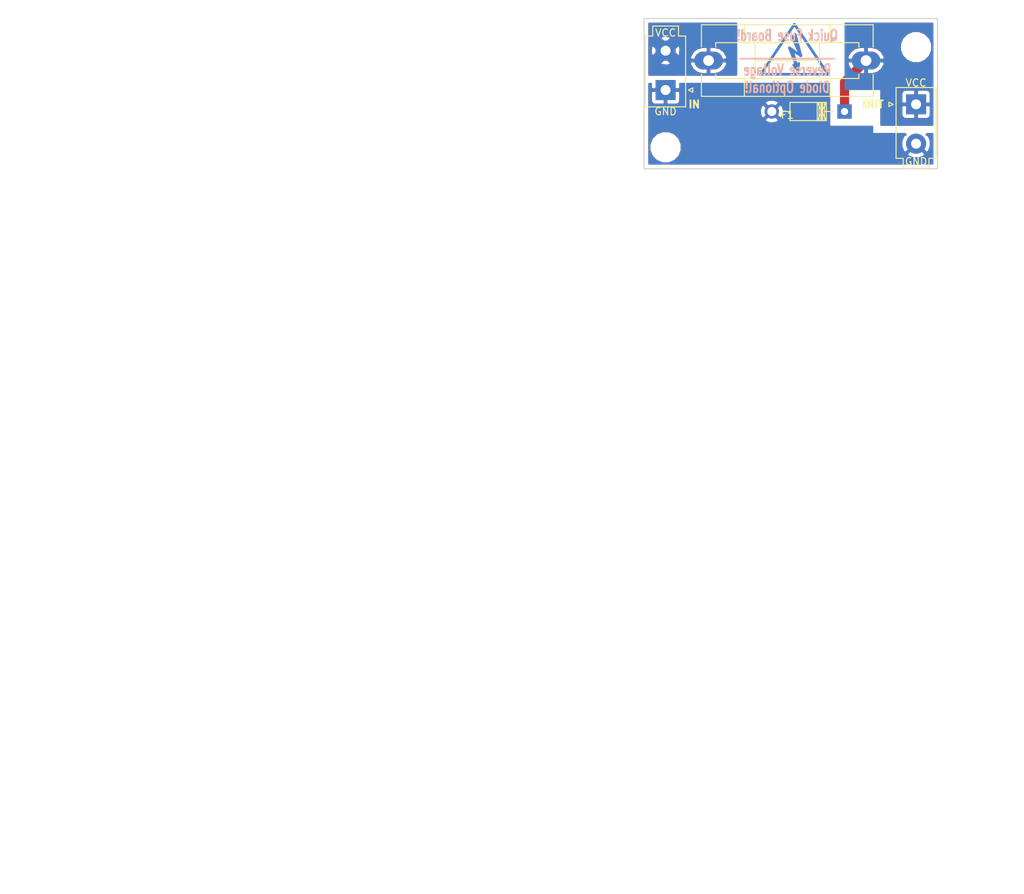
<source format=kicad_pcb>
(kicad_pcb (version 20171130) (host pcbnew 5.0.0-rc2)

  (general
    (thickness 1.6)
    (drawings 12)
    (tracks 2)
    (zones 0)
    (modules 8)
    (nets 4)
  )

  (page USLetter)
  (title_block
    (title "Project Title")
  )

  (layers
    (0 F.Cu signal)
    (31 B.Cu signal)
    (34 B.Paste user)
    (35 F.Paste user)
    (36 B.SilkS user)
    (37 F.SilkS user)
    (38 B.Mask user)
    (39 F.Mask user)
    (40 Dwgs.User user)
    (44 Edge.Cuts user)
    (46 B.CrtYd user)
    (47 F.CrtYd user)
    (48 B.Fab user)
    (49 F.Fab user)
  )

  (setup
    (last_trace_width 1.27)
    (user_trace_width 0.1524)
    (user_trace_width 0.254)
    (user_trace_width 0.3302)
    (user_trace_width 0.508)
    (user_trace_width 0.762)
    (user_trace_width 1.27)
    (trace_clearance 0.254)
    (zone_clearance 0.508)
    (zone_45_only no)
    (trace_min 0.1524)
    (segment_width 0.1524)
    (edge_width 0.1524)
    (via_size 0.6858)
    (via_drill 0.3302)
    (via_min_size 0.6858)
    (via_min_drill 0.3302)
    (user_via 0.6858 0.3302)
    (user_via 0.762 0.4064)
    (user_via 0.8636 0.508)
    (uvia_size 0.6858)
    (uvia_drill 0.3302)
    (uvias_allowed no)
    (uvia_min_size 0)
    (uvia_min_drill 0)
    (pcb_text_width 0.1524)
    (pcb_text_size 1.016 1.016)
    (mod_edge_width 0.1524)
    (mod_text_size 1.016 1.016)
    (mod_text_width 0.1524)
    (pad_size 2.8 2.8)
    (pad_drill 1.4)
    (pad_to_mask_clearance 0.0762)
    (solder_mask_min_width 0.1016)
    (pad_to_paste_clearance -0.0762)
    (aux_axis_origin 0 0)
    (visible_elements 7FFFFFFF)
    (pcbplotparams
      (layerselection 0x310fc_ffffffff)
      (usegerberextensions true)
      (usegerberattributes false)
      (usegerberadvancedattributes false)
      (creategerberjobfile false)
      (excludeedgelayer true)
      (linewidth 0.100000)
      (plotframeref false)
      (viasonmask false)
      (mode 1)
      (useauxorigin false)
      (hpglpennumber 1)
      (hpglpenspeed 20)
      (hpglpendiameter 15)
      (psnegative false)
      (psa4output false)
      (plotreference true)
      (plotvalue true)
      (plotinvisibletext false)
      (padsonsilk false)
      (subtractmaskfromsilk false)
      (outputformat 1)
      (mirror false)
      (drillshape 0)
      (scaleselection 1)
      (outputdirectory gerbers/))
  )

  (net 0 "")
  (net 1 GND)
  (net 2 VCC)
  (net 3 +12V)

  (net_class Default "This is the default net class."
    (clearance 0.254)
    (trace_width 0.254)
    (via_dia 0.6858)
    (via_drill 0.3302)
    (uvia_dia 0.6858)
    (uvia_drill 0.3302)
    (add_net +12V)
    (add_net GND)
    (add_net VCC)
  )

  (module Diodes_THT:Diode_DO-41_SOD81_Horizontal_RM10 (layer F.Cu) (tedit 5D1181C8) (tstamp 5D14B680)
    (at 137 91 180)
    (descr "Diode, DO-41, SOD81, Horizontal, RM 10mm,")
    (tags "Diode, DO-41, SOD81, Horizontal, RM 10mm, 1N4007, SB140,")
    (path /5D1180A4)
    (fp_text reference D1 (at 6 -3 180) (layer F.SilkS) hide
      (effects (font (size 1 1) (thickness 0.15)))
    )
    (fp_text value D (at 4.37134 -3.55854 180) (layer F.Fab)
      (effects (font (size 1 1) (thickness 0.15)))
    )
    (fp_line (start 7.62 -0.00254) (end 8.636 -0.00254) (layer F.SilkS) (width 0.15))
    (fp_line (start 2.794 -0.00254) (end 1.524 -0.00254) (layer F.SilkS) (width 0.15))
    (fp_line (start 3.048 -1.27254) (end 3.048 1.26746) (layer F.SilkS) (width 0.15))
    (fp_line (start 3.302 -1.27254) (end 3.302 1.26746) (layer F.SilkS) (width 0.15))
    (fp_line (start 3.556 -1.27254) (end 3.556 1.26746) (layer F.SilkS) (width 0.15))
    (fp_line (start 2.794 -1.27254) (end 2.794 1.26746) (layer F.SilkS) (width 0.15))
    (fp_line (start 3.81 -1.27254) (end 2.54 1.26746) (layer F.SilkS) (width 0.15))
    (fp_line (start 2.54 -1.27254) (end 3.81 1.26746) (layer F.SilkS) (width 0.15))
    (fp_line (start 3.81 -1.27254) (end 3.81 1.26746) (layer F.SilkS) (width 0.15))
    (fp_line (start 3.175 -1.27254) (end 3.175 1.26746) (layer F.SilkS) (width 0.15))
    (fp_line (start 2.54 1.26746) (end 2.54 -1.27254) (layer F.SilkS) (width 0.15))
    (fp_line (start 2.54 -1.27254) (end 7.62 -1.27254) (layer F.SilkS) (width 0.15))
    (fp_line (start 7.62 -1.27254) (end 7.62 1.26746) (layer F.SilkS) (width 0.15))
    (fp_line (start 7.62 1.26746) (end 2.54 1.26746) (layer F.SilkS) (width 0.15))
    (pad 2 thru_hole circle (at 10.16 -0.00254) (size 1.99898 1.99898) (drill 1.27) (layers *.Cu *.Mask)
      (net 1 GND))
    (pad 1 thru_hole rect (at 0 -0.00254) (size 1.99898 1.99898) (drill 1.00076) (layers *.Cu *.Mask)
      (net 2 VCC))
  )

  (module Fuse_Holders_and_Fuses:Fuseholder5x20_horiz_SemiClosed_Casing10x25mm (layer F.Cu) (tedit 0) (tstamp 5D14B699)
    (at 129.00499 83.8815 180)
    (descr "Fuseholder, 5x20, Semi closed, horizontal, Casing 10x25mm,")
    (tags "Fuseholder, 5x20, Semi closed, horizontal, Casing 10x25mm, Sicherungshalter, halbgeschlossen,")
    (path /5D117F39)
    (fp_text reference F1 (at 0 -7.62 180) (layer F.SilkS)
      (effects (font (size 1 1) (thickness 0.15)))
    )
    (fp_text value Fuse (at 1.27 7.62 180) (layer F.Fab)
      (effects (font (size 1 1) (thickness 0.15)))
    )
    (fp_line (start -5.99948 -2.49936) (end -5.99948 -5.00126) (layer F.SilkS) (width 0.15))
    (fp_line (start -5.99948 5.00126) (end -5.99948 2.49936) (layer F.SilkS) (width 0.15))
    (fp_line (start 5.99948 5.00126) (end 5.99948 2.49936) (layer F.SilkS) (width 0.15))
    (fp_line (start 5.99948 -5.00126) (end 5.99948 -2.49936) (layer F.SilkS) (width 0.15))
    (fp_line (start -4.50088 0) (end 4.50088 0) (layer F.SilkS) (width 0.15))
    (fp_line (start -4.50088 -2.49936) (end -4.50088 2.49936) (layer F.SilkS) (width 0.15))
    (fp_line (start 4.50088 -2.49936) (end 4.50088 2.49936) (layer F.SilkS) (width 0.15))
    (fp_line (start 9.99998 -1.89992) (end 9.99998 -2.49936) (layer F.SilkS) (width 0.15))
    (fp_line (start -9.99998 1.89992) (end -9.99998 2.49936) (layer F.SilkS) (width 0.15))
    (fp_line (start -9.99998 2.49936) (end 9.99998 2.49936) (layer F.SilkS) (width 0.15))
    (fp_line (start 9.99998 2.49936) (end 9.99998 1.89992) (layer F.SilkS) (width 0.15))
    (fp_line (start 9.99998 -2.49936) (end -9.99998 -2.49936) (layer F.SilkS) (width 0.15))
    (fp_line (start -9.99998 -2.49936) (end -9.99998 -1.89992) (layer F.SilkS) (width 0.15))
    (fp_line (start 11.99896 -1.89992) (end 11.99896 -5.00126) (layer F.SilkS) (width 0.15))
    (fp_line (start -11.99896 1.89992) (end -11.99896 5.00126) (layer F.SilkS) (width 0.15))
    (fp_line (start -11.99896 5.00126) (end 11.99896 5.00126) (layer F.SilkS) (width 0.15))
    (fp_line (start 11.99896 5.00126) (end 11.99896 1.89992) (layer F.SilkS) (width 0.15))
    (fp_line (start 11.99896 -5.00126) (end -11.99896 -5.00126) (layer F.SilkS) (width 0.15))
    (fp_line (start -11.99896 -5.00126) (end -11.99896 -1.89992) (layer F.SilkS) (width 0.15))
    (pad 2 thru_hole oval (at 11.00074 0 90) (size 2.49936 4.0005) (drill 1.50114) (layers *.Cu *.Mask)
      (net 3 +12V))
    (pad 1 thru_hole oval (at -11.00074 0 90) (size 2.49936 4.0005) (drill 1.50114) (layers *.Cu *.Mask)
      (net 2 VCC))
  )

  (module Mounting_Holes:MountingHole_3.2mm_M3 (layer F.Cu) (tedit 5D1181C1) (tstamp 5D14B6A0)
    (at 147 82)
    (descr "Mounting Hole 3.2mm, no annular, M3")
    (tags "mounting hole 3.2mm no annular m3")
    (path /5D1184DD)
    (fp_text reference MK1 (at -4 -2) (layer F.SilkS) hide
      (effects (font (size 1 1) (thickness 0.15)))
    )
    (fp_text value Mounting_Hole (at 0 4.2) (layer F.Fab)
      (effects (font (size 1 1) (thickness 0.15)))
    )
    (fp_circle (center 0 0) (end 3.45 0) (layer F.CrtYd) (width 0.05))
    (fp_circle (center 0 0) (end 3.2 0) (layer Cmts.User) (width 0.15))
    (pad 1 np_thru_hole circle (at 0 0) (size 3.2 3.2) (drill 3.2) (layers *.Cu *.Mask))
  )

  (module Mounting_Holes:MountingHole_3.2mm_M3 (layer F.Cu) (tedit 5D1181B1) (tstamp 5D14B6A7)
    (at 112 96)
    (descr "Mounting Hole 3.2mm, no annular, M3")
    (tags "mounting hole 3.2mm no annular m3")
    (path /5D11843D)
    (fp_text reference MK2 (at 5 1) (layer F.SilkS) hide
      (effects (font (size 1 1) (thickness 0.15)))
    )
    (fp_text value Mounting_Hole (at 0 4.2) (layer F.Fab)
      (effects (font (size 1 1) (thickness 0.15)))
    )
    (fp_circle (center 0 0) (end 3.2 0) (layer Cmts.User) (width 0.15))
    (fp_circle (center 0 0) (end 3.45 0) (layer F.CrtYd) (width 0.05))
    (pad 1 np_thru_hole circle (at 0 0) (size 3.2 3.2) (drill 3.2) (layers *.Cu *.Mask))
  )

  (module Connectors_Molex:Molex_MiniFit-JR-5556-02A_2x01x4.20mm_Straight (layer F.Cu) (tedit 5D118251) (tstamp 5D17EC65)
    (at 112 88 180)
    (descr "Molex Mini-Fit JR, PN:5556-02A, dual row, top entry type, through hole")
    (tags "connector molex mini-fit 5556")
    (path /5D1189CB)
    (fp_text reference P1 (at -4 8 180) (layer F.SilkS) hide
      (effects (font (size 1 1) (thickness 0.15)))
    )
    (fp_text value CONN_01X02 (at 0 -4 180) (layer F.Fab)
      (effects (font (size 1 1) (thickness 0.15)))
    )
    (fp_line (start -2.7 -2.25) (end -2.7 7.45) (layer F.Fab) (width 0.05))
    (fp_line (start -2.7 7.45) (end 2.7 7.45) (layer F.Fab) (width 0.05))
    (fp_line (start 2.7 7.45) (end 2.7 -2.25) (layer F.Fab) (width 0.05))
    (fp_line (start 2.7 -2.25) (end -2.7 -2.25) (layer F.Fab) (width 0.05))
    (fp_line (start -1.7 7.45) (end -1.7 8.85) (layer F.Fab) (width 0.05))
    (fp_line (start -1.7 8.85) (end 1.7 8.85) (layer F.Fab) (width 0.05))
    (fp_line (start 1.7 8.85) (end 1.7 7.45) (layer F.Fab) (width 0.05))
    (fp_line (start -1.75 -1.75) (end -1.75 1.75) (layer F.Fab) (width 0.05))
    (fp_line (start -1.75 1.75) (end 1.75 1.75) (layer F.Fab) (width 0.05))
    (fp_line (start 1.75 1.75) (end 1.75 -1.75) (layer F.Fab) (width 0.05))
    (fp_line (start 1.75 -1.75) (end -1.75 -1.75) (layer F.Fab) (width 0.05))
    (fp_line (start -1.75 7.25) (end -1.75 4.625) (layer F.Fab) (width 0.05))
    (fp_line (start -1.75 4.625) (end -0.875 3.75) (layer F.Fab) (width 0.05))
    (fp_line (start -0.875 3.75) (end 0.875 3.75) (layer F.Fab) (width 0.05))
    (fp_line (start 0.875 3.75) (end 1.75 4.625) (layer F.Fab) (width 0.05))
    (fp_line (start 1.75 4.625) (end 1.75 7.25) (layer F.Fab) (width 0.05))
    (fp_line (start 1.75 7.25) (end -1.75 7.25) (layer F.Fab) (width 0.05))
    (fp_line (start 0 -2.35) (end -2.8 -2.35) (layer F.SilkS) (width 0.15))
    (fp_line (start -2.8 -2.35) (end -2.8 7.55) (layer F.SilkS) (width 0.15))
    (fp_line (start -2.8 7.55) (end -1.8 7.55) (layer F.SilkS) (width 0.15))
    (fp_line (start -1.8 7.55) (end -1.8 8.95) (layer F.SilkS) (width 0.15))
    (fp_line (start -1.8 8.95) (end 0 8.95) (layer F.SilkS) (width 0.15))
    (fp_line (start 0 -2.35) (end 2.8 -2.35) (layer F.SilkS) (width 0.15))
    (fp_line (start 2.8 -2.35) (end 2.8 7.55) (layer F.SilkS) (width 0.15))
    (fp_line (start 2.8 7.55) (end 1.8 7.55) (layer F.SilkS) (width 0.15))
    (fp_line (start 1.8 7.55) (end 1.8 8.95) (layer F.SilkS) (width 0.15))
    (fp_line (start 1.8 8.95) (end 0 8.95) (layer F.SilkS) (width 0.15))
    (fp_line (start -3.2 0) (end -3.8 0.3) (layer F.SilkS) (width 0.15))
    (fp_line (start -3.8 0.3) (end -3.8 -0.3) (layer F.SilkS) (width 0.15))
    (fp_line (start -3.8 -0.3) (end -3.2 0) (layer F.SilkS) (width 0.15))
    (fp_line (start -3.2 -2.75) (end -3.2 9.3) (layer F.CrtYd) (width 0.05))
    (fp_line (start -3.2 9.3) (end 3.2 9.3) (layer F.CrtYd) (width 0.05))
    (fp_line (start 3.2 9.3) (end 3.2 -2.75) (layer F.CrtYd) (width 0.05))
    (fp_line (start 3.2 -2.75) (end -3.2 -2.75) (layer F.CrtYd) (width 0.05))
    (pad 1 thru_hole rect (at 0 0 180) (size 2.8 2.8) (drill 1.4) (layers *.Cu *.Mask)
      (net 1 GND))
    (pad 2 thru_hole circle (at 0 5.5 180) (size 2.8 2.8) (drill 1.4) (layers *.Cu *.Mask)
      (net 3 +12V) (zone_connect 1) (thermal_width 4))
    (model Connectors_Molex.3dshapes/Molex_MiniFit-JR-5556-02A_2x01x4.20mm_Straight.wrl
      (at (xyz 0 0 0))
      (scale (xyz 1 1 1))
      (rotate (xyz 0 0 0))
    )
  )

  (module Connectors_Molex:Molex_MiniFit-JR-5556-02A_2x01x4.20mm_Straight (layer F.Cu) (tedit 5D1181B5) (tstamp 5D17EC8D)
    (at 147 90)
    (descr "Molex Mini-Fit JR, PN:5556-02A, dual row, top entry type, through hole")
    (tags "connector molex mini-fit 5556")
    (path /5D118A24)
    (fp_text reference P2 (at -5 6) (layer F.SilkS) hide
      (effects (font (size 1 1) (thickness 0.15)))
    )
    (fp_text value CONN_01X02 (at 0 -4) (layer F.Fab)
      (effects (font (size 1 1) (thickness 0.15)))
    )
    (fp_line (start 3.2 -2.75) (end -3.2 -2.75) (layer F.CrtYd) (width 0.05))
    (fp_line (start 3.2 9.3) (end 3.2 -2.75) (layer F.CrtYd) (width 0.05))
    (fp_line (start -3.2 9.3) (end 3.2 9.3) (layer F.CrtYd) (width 0.05))
    (fp_line (start -3.2 -2.75) (end -3.2 9.3) (layer F.CrtYd) (width 0.05))
    (fp_line (start -3.8 -0.3) (end -3.2 0) (layer F.SilkS) (width 0.15))
    (fp_line (start -3.8 0.3) (end -3.8 -0.3) (layer F.SilkS) (width 0.15))
    (fp_line (start -3.2 0) (end -3.8 0.3) (layer F.SilkS) (width 0.15))
    (fp_line (start 1.8 8.95) (end 0 8.95) (layer F.SilkS) (width 0.15))
    (fp_line (start 1.8 7.55) (end 1.8 8.95) (layer F.SilkS) (width 0.15))
    (fp_line (start 2.8 7.55) (end 1.8 7.55) (layer F.SilkS) (width 0.15))
    (fp_line (start 2.8 -2.35) (end 2.8 7.55) (layer F.SilkS) (width 0.15))
    (fp_line (start 0 -2.35) (end 2.8 -2.35) (layer F.SilkS) (width 0.15))
    (fp_line (start -1.8 8.95) (end 0 8.95) (layer F.SilkS) (width 0.15))
    (fp_line (start -1.8 7.55) (end -1.8 8.95) (layer F.SilkS) (width 0.15))
    (fp_line (start -2.8 7.55) (end -1.8 7.55) (layer F.SilkS) (width 0.15))
    (fp_line (start -2.8 -2.35) (end -2.8 7.55) (layer F.SilkS) (width 0.15))
    (fp_line (start 0 -2.35) (end -2.8 -2.35) (layer F.SilkS) (width 0.15))
    (fp_line (start 1.75 7.25) (end -1.75 7.25) (layer F.Fab) (width 0.05))
    (fp_line (start 1.75 4.625) (end 1.75 7.25) (layer F.Fab) (width 0.05))
    (fp_line (start 0.875 3.75) (end 1.75 4.625) (layer F.Fab) (width 0.05))
    (fp_line (start -0.875 3.75) (end 0.875 3.75) (layer F.Fab) (width 0.05))
    (fp_line (start -1.75 4.625) (end -0.875 3.75) (layer F.Fab) (width 0.05))
    (fp_line (start -1.75 7.25) (end -1.75 4.625) (layer F.Fab) (width 0.05))
    (fp_line (start 1.75 -1.75) (end -1.75 -1.75) (layer F.Fab) (width 0.05))
    (fp_line (start 1.75 1.75) (end 1.75 -1.75) (layer F.Fab) (width 0.05))
    (fp_line (start -1.75 1.75) (end 1.75 1.75) (layer F.Fab) (width 0.05))
    (fp_line (start -1.75 -1.75) (end -1.75 1.75) (layer F.Fab) (width 0.05))
    (fp_line (start 1.7 8.85) (end 1.7 7.45) (layer F.Fab) (width 0.05))
    (fp_line (start -1.7 8.85) (end 1.7 8.85) (layer F.Fab) (width 0.05))
    (fp_line (start -1.7 7.45) (end -1.7 8.85) (layer F.Fab) (width 0.05))
    (fp_line (start 2.7 -2.25) (end -2.7 -2.25) (layer F.Fab) (width 0.05))
    (fp_line (start 2.7 7.45) (end 2.7 -2.25) (layer F.Fab) (width 0.05))
    (fp_line (start -2.7 7.45) (end 2.7 7.45) (layer F.Fab) (width 0.05))
    (fp_line (start -2.7 -2.25) (end -2.7 7.45) (layer F.Fab) (width 0.05))
    (pad 2 thru_hole circle (at 0 5.5) (size 2.8 2.8) (drill 1.4) (layers *.Cu *.Mask)
      (net 1 GND))
    (pad 1 thru_hole rect (at 0 0) (size 2.8 2.8) (drill 1.4) (layers *.Cu *.Mask)
      (net 2 VCC))
    (model Connectors_Molex.3dshapes/Molex_MiniFit-JR-5556-02A_2x01x4.20mm_Straight.wrl
      (at (xyz 0 0 0))
      (scale (xyz 1 1 1))
      (rotate (xyz 0 0 0))
    )
  )

  (module SteakElectronics:steakelectronics_fmask (layer B.Cu) (tedit 0) (tstamp 5D17F952)
    (at 128 96 180)
    (fp_text reference G*** (at 0 0 180) (layer B.Mask) hide
      (effects (font (size 1.524 1.524) (thickness 0.3)) (justify mirror))
    )
    (fp_text value LOGO (at 0.75 0 180) (layer B.Mask) hide
      (effects (font (size 1.524 1.524) (thickness 0.3)) (justify mirror))
    )
    (fp_poly (pts (xy 5.101457 0.864935) (xy 5.215637 0.827851) (xy 5.258911 0.760943) (xy 5.256052 0.710284)
      (xy 5.209764 0.644504) (xy 5.147599 0.643317) (xy 4.963596 0.667675) (xy 4.832097 0.652339)
      (xy 4.768689 0.59943) (xy 4.766549 0.591451) (xy 4.782414 0.531199) (xy 4.870041 0.492189)
      (xy 4.915886 0.482326) (xy 5.113334 0.416308) (xy 5.244151 0.312602) (xy 5.301787 0.18408)
      (xy 5.279694 0.043619) (xy 5.197554 -0.071372) (xy 5.051291 -0.156541) (xy 4.840636 -0.181897)
      (xy 4.583546 -0.152136) (xy 4.505528 -0.112784) (xy 4.480069 -0.018767) (xy 4.479636 0.003831)
      (xy 4.479636 0.139785) (xy 4.652282 0.067649) (xy 4.804479 0.024271) (xy 4.93084 0.024026)
      (xy 5.010295 0.063581) (xy 5.025097 0.126633) (xy 4.968647 0.191463) (xy 4.838354 0.239419)
      (xy 4.828071 0.241634) (xy 4.629836 0.311664) (xy 4.514018 0.422598) (xy 4.479636 0.561339)
      (xy 4.517011 0.719776) (xy 4.62863 0.823749) (xy 4.813731 0.872696) (xy 4.906818 0.876747)
      (xy 5.101457 0.864935)) (layer B.Mask) (width 0.01))
    (fp_poly (pts (xy 4.109286 0.869729) (xy 4.225069 0.841731) (xy 4.281533 0.786228) (xy 4.294909 0.707765)
      (xy 4.282919 0.627479) (xy 4.229315 0.618611) (xy 4.191 0.630404) (xy 3.991686 0.667801)
      (xy 3.836501 0.631103) (xy 3.734507 0.525593) (xy 3.694764 0.356556) (xy 3.694546 0.340835)
      (xy 3.729977 0.186171) (xy 3.821603 0.072865) (xy 3.947424 0.016831) (xy 4.08544 0.033986)
      (xy 4.105401 0.043623) (xy 4.220017 0.088188) (xy 4.279707 0.063961) (xy 4.294909 -0.017705)
      (xy 4.260436 -0.118285) (xy 4.191 -0.15562) (xy 3.999643 -0.181872) (xy 3.801148 -0.170245)
      (xy 3.648364 -0.125955) (xy 3.553784 -0.047651) (xy 3.464361 0.074324) (xy 3.447328 0.106281)
      (xy 3.387399 0.323202) (xy 3.417284 0.53352) (xy 3.534691 0.72373) (xy 3.555844 0.745857)
      (xy 3.657722 0.829823) (xy 3.768209 0.868535) (xy 3.918125 0.877454) (xy 4.109286 0.869729)) (layer B.Mask) (width 0.01))
    (fp_poly (pts (xy 3.232727 -0.184728) (xy 3.101879 -0.184728) (xy 3.00063 -0.178715) (xy 2.951788 -0.165671)
      (xy 2.945279 -0.114609) (xy 2.942347 0.009273) (xy 2.943167 0.186494) (xy 2.946972 0.36542)
      (xy 2.961398 0.877454) (xy 3.232727 0.877454) (xy 3.232727 -0.184728)) (layer B.Mask) (width 0.01))
    (fp_poly (pts (xy 2.032472 0.870707) (xy 2.094257 0.838816) (xy 2.154678 0.764305) (xy 2.231393 0.629702)
      (xy 2.263396 0.56892) (xy 2.424546 0.260386) (xy 2.438201 0.56892) (xy 2.447019 0.73287)
      (xy 2.461861 0.825145) (xy 2.492749 0.866346) (xy 2.549705 0.877077) (xy 2.588292 0.877454)
      (xy 2.724727 0.877454) (xy 2.724727 -0.190303) (xy 2.558939 -0.17597) (xy 2.471376 -0.162146)
      (xy 2.405217 -0.126707) (xy 2.342316 -0.051643) (xy 2.264525 0.081053) (xy 2.22412 0.156283)
      (xy 2.055091 0.474202) (xy 2.041522 0.144737) (xy 2.032597 -0.026239) (xy 2.018322 -0.124773)
      (xy 1.991028 -0.170757) (xy 1.943049 -0.184084) (xy 1.914522 -0.184728) (xy 1.801091 -0.184728)
      (xy 1.801091 0.877454) (xy 1.951669 0.877454) (xy 2.032472 0.870707)) (layer B.Mask) (width 0.01))
    (fp_poly (pts (xy 1.228439 0.870248) (xy 1.336705 0.841182) (xy 1.424238 0.779085) (xy 1.447308 0.756824)
      (xy 1.556627 0.592947) (xy 1.604676 0.399511) (xy 1.593131 0.202269) (xy 1.523669 0.026974)
      (xy 1.397965 -0.100618) (xy 1.391247 -0.104687) (xy 1.220062 -0.16453) (xy 1.014208 -0.179192)
      (xy 0.82097 -0.146085) (xy 0.796928 -0.137215) (xy 0.662851 -0.037998) (xy 0.566907 0.119199)
      (xy 0.519172 0.304358) (xy 0.52288 0.368712) (xy 0.827656 0.368712) (xy 0.850907 0.202449)
      (xy 0.880523 0.132812) (xy 0.963315 0.060814) (xy 1.078985 0.049755) (xy 1.195594 0.094775)
      (xy 1.281203 0.191011) (xy 1.282668 0.194026) (xy 1.319006 0.362208) (xy 1.276249 0.519616)
      (xy 1.171964 0.631417) (xy 1.084258 0.677168) (xy 1.011563 0.666199) (xy 0.946727 0.627701)
      (xy 0.861053 0.521354) (xy 0.827656 0.368712) (xy 0.52288 0.368712) (xy 0.529723 0.487462)
      (xy 0.559953 0.568763) (xy 0.668305 0.738832) (xy 0.792916 0.834711) (xy 0.962157 0.873777)
      (xy 1.063934 0.877454) (xy 1.228439 0.870248)) (layer B.Mask) (width 0.01))
    (fp_poly (pts (xy 0.031644 0.874091) (xy 0.14009 0.858698) (xy 0.210616 0.823318) (xy 0.270402 0.759995)
      (xy 0.273739 0.755772) (xy 0.339817 0.65596) (xy 0.369347 0.580104) (xy 0.369455 0.577272)
      (xy 0.342826 0.504196) (xy 0.27828 0.404609) (xy 0.273739 0.398773) (xy 0.221559 0.318175)
      (xy 0.217589 0.27808) (xy 0.222471 0.27709) (xy 0.260653 0.239856) (xy 0.319966 0.148072)
      (xy 0.38409 0.031621) (xy 0.436705 -0.079617) (xy 0.461489 -0.155761) (xy 0.461818 -0.161133)
      (xy 0.421264 -0.176959) (xy 0.322006 -0.1846) (xy 0.305785 -0.184728) (xy 0.188938 -0.169429)
      (xy 0.121016 -0.105473) (xy 0.090734 -0.042249) (xy 0.011857 0.105024) (xy -0.075958 0.202832)
      (xy -0.141844 0.230909) (xy -0.16742 0.189625) (xy -0.182761 0.085176) (xy -0.184727 0.02309)
      (xy -0.188743 -0.1047) (xy -0.211932 -0.165226) (xy -0.271005 -0.183553) (xy -0.323273 -0.184728)
      (xy -0.461818 -0.184728) (xy -0.461818 0.53109) (xy -0.184727 0.53109) (xy -0.157176 0.438368)
      (xy -0.089422 0.419488) (xy -0.003818 0.480336) (xy -0.001679 0.482886) (xy 0.03082 0.569617)
      (xy -0.016469 0.630714) (xy -0.095089 0.646545) (xy -0.165795 0.618009) (xy -0.184727 0.53109)
      (xy -0.461818 0.53109) (xy -0.461818 0.877454) (xy -0.141897 0.877454) (xy 0.031644 0.874091)) (layer B.Mask) (width 0.01))
    (fp_poly (pts (xy -1.073727 0.867471) (xy -0.854203 0.860467) (xy -0.710931 0.851062) (xy -0.627807 0.835835)
      (xy -0.588726 0.811364) (xy -0.577581 0.774228) (xy -0.577273 0.762) (xy -0.597147 0.697502)
      (xy -0.672228 0.66507) (xy -0.750454 0.655303) (xy -0.923636 0.640969) (xy -0.923636 -0.184728)
      (xy -1.200727 -0.184728) (xy -1.200727 0.646545) (xy -1.385454 0.646545) (xy -1.504409 0.652778)
      (xy -1.557284 0.682464) (xy -1.5701 0.752088) (xy -1.570182 0.763562) (xy -1.570182 0.880579)
      (xy -1.073727 0.867471)) (layer B.Mask) (width 0.01))
    (fp_poly (pts (xy -1.921044 0.867929) (xy -1.765643 0.85799) (xy -1.679789 0.839713) (xy -1.640712 0.801829)
      (xy -1.625641 0.733065) (xy -1.624228 0.72101) (xy -1.622816 0.629584) (xy -1.656418 0.608628)
      (xy -1.686246 0.617298) (xy -1.847903 0.669514) (xy -1.959734 0.673295) (xy -2.052226 0.62582)
      (xy -2.104109 0.578634) (xy -2.187273 0.474735) (xy -2.207266 0.372757) (xy -2.198658 0.308666)
      (xy -2.133075 0.137993) (xy -2.0178 0.045006) (xy -1.853751 0.030129) (xy -1.689927 0.074016)
      (xy -1.634013 0.072574) (xy -1.616474 -0.002056) (xy -1.616364 -0.013209) (xy -1.642506 -0.111574)
      (xy -1.689413 -0.156696) (xy -1.843821 -0.183462) (xy -2.031054 -0.173238) (xy -2.201117 -0.129918)
      (xy -2.235445 -0.114188) (xy -2.376757 -0.01893) (xy -2.456555 0.100167) (xy -2.489223 0.269791)
      (xy -2.492349 0.362471) (xy -2.486323 0.517355) (xy -2.456117 0.619485) (xy -2.387011 0.707985)
      (xy -2.348225 0.745492) (xy -2.257227 0.821728) (xy -2.171457 0.860526) (xy -2.056129 0.871855)
      (xy -1.921044 0.867929)) (layer B.Mask) (width 0.01))
    (fp_poly (pts (xy -2.818584 0.876224) (xy -2.708867 0.868607) (xy -2.653822 0.848714) (xy -2.634605 0.810657)
      (xy -2.632364 0.762) (xy -2.63985 0.693478) (xy -2.678057 0.659295) (xy -2.770603 0.647639)
      (xy -2.863273 0.646545) (xy -3.003716 0.640779) (xy -3.073535 0.618491) (xy -3.094025 0.572197)
      (xy -3.094182 0.565394) (xy -3.079299 0.515801) (xy -3.019544 0.496454) (xy -2.892252 0.500309)
      (xy -2.886364 0.500772) (xy -2.758835 0.507631) (xy -2.698326 0.491118) (xy -2.67985 0.436002)
      (xy -2.678545 0.374104) (xy -2.684192 0.286076) (xy -2.717858 0.244386) (xy -2.804637 0.231744)
      (xy -2.886364 0.230909) (xy -3.016233 0.224865) (xy -3.077645 0.199771) (xy -3.094102 0.14518)
      (xy -3.094182 0.138545) (xy -3.082025 0.083145) (xy -3.030423 0.055515) (xy -2.916682 0.046577)
      (xy -2.863273 0.046181) (xy -2.72623 0.042438) (xy -2.657863 0.023335) (xy -2.634551 -0.022939)
      (xy -2.632364 -0.069273) (xy -2.636301 -0.126534) (xy -2.660675 -0.16082) (xy -2.724332 -0.178022)
      (xy -2.846116 -0.184027) (xy -3.001818 -0.184728) (xy -3.371273 -0.184728) (xy -3.371273 0.877454)
      (xy -3.001818 0.877454) (xy -2.818584 0.876224)) (layer B.Mask) (width 0.01))
    (fp_poly (pts (xy -3.971636 0.046181) (xy -3.740727 0.046181) (xy -3.603685 0.042438) (xy -3.535318 0.023335)
      (xy -3.512006 -0.022939) (xy -3.509818 -0.069273) (xy -3.513422 -0.125182) (xy -3.536426 -0.159303)
      (xy -3.597115 -0.177015) (xy -3.713778 -0.183697) (xy -3.902364 -0.184728) (xy -4.294909 -0.184728)
      (xy -4.294909 0.877454) (xy -3.971636 0.877454) (xy -3.971636 0.046181)) (layer B.Mask) (width 0.01))
    (fp_poly (pts (xy -4.665857 0.876224) (xy -4.55614 0.868607) (xy -4.501095 0.848714) (xy -4.481878 0.810657)
      (xy -4.479636 0.762) (xy -4.48825 0.690755) (xy -4.530589 0.657) (xy -4.631401 0.646986)
      (xy -4.687454 0.646545) (xy -4.82443 0.637479) (xy -4.886823 0.606654) (xy -4.895273 0.577272)
      (xy -4.864769 0.529105) (xy -4.763653 0.509257) (xy -4.710545 0.508) (xy -4.592097 0.502529)
      (xy -4.539441 0.472881) (xy -4.52611 0.399204) (xy -4.525818 0.369454) (xy -4.533113 0.280618)
      (xy -4.572643 0.241126) (xy -4.670879 0.231127) (xy -4.710545 0.230909) (xy -4.831401 0.223163)
      (xy -4.884814 0.191857) (xy -4.895273 0.138545) (xy -4.883116 0.083145) (xy -4.831514 0.055515)
      (xy -4.717773 0.046577) (xy -4.664364 0.046181) (xy -4.527321 0.042438) (xy -4.458954 0.023335)
      (xy -4.435642 -0.022939) (xy -4.433454 -0.069273) (xy -4.437059 -0.125182) (xy -4.460062 -0.159303)
      (xy -4.520752 -0.177015) (xy -4.637414 -0.183697) (xy -4.826 -0.184728) (xy -5.218545 -0.184728)
      (xy -5.218545 0.877454) (xy -4.849091 0.877454) (xy -4.665857 0.876224)) (layer B.Mask) (width 0.01))
    (fp_poly (pts (xy -6.562818 0.867873) (xy -6.520769 0.821083) (xy -6.503359 0.710011) (xy -6.502879 0.704272)
      (xy -6.488545 0.53109) (xy -6.327229 0.704272) (xy -6.209451 0.814749) (xy -6.104336 0.866104)
      (xy -5.992411 0.877454) (xy -5.880898 0.871312) (xy -5.821771 0.856083) (xy -5.818909 0.851365)
      (xy -5.849545 0.808485) (xy -5.929973 0.720792) (xy -6.042972 0.607034) (xy -6.046265 0.603824)
      (xy -6.273621 0.382372) (xy -6.023174 0.135036) (xy -5.903451 0.012365) (xy -5.814891 -0.086826)
      (xy -5.773818 -0.144056) (xy -5.772727 -0.148514) (xy -5.813519 -0.171898) (xy -5.914534 -0.184183)
      (xy -5.944161 -0.184728) (xy -6.061062 -0.170913) (xy -6.166692 -0.118523) (xy -6.292261 -0.011141)
      (xy -6.313616 0.009615) (xy -6.511636 0.203958) (xy -6.511636 0.009615) (xy -6.516429 -0.112781)
      (xy -6.543098 -0.168743) (xy -6.610085 -0.184135) (xy -6.650182 -0.184728) (xy -6.788727 -0.184728)
      (xy -6.788727 0.877454) (xy -6.65297 0.877454) (xy -6.562818 0.867873)) (layer B.Mask) (width 0.01))
    (fp_poly (pts (xy -7.314312 0.866507) (xy -7.248339 0.820291) (xy -7.214597 0.750454) (xy -7.173248 0.63831)
      (xy -7.114759 0.478767) (xy -7.06639 0.346363) (xy -7.005891 0.181938) (xy -6.952245 0.038636)
      (xy -6.923214 -0.03681) (xy -6.889122 -0.133702) (xy -6.90426 -0.175072) (xy -6.986869 -0.184562)
      (xy -7.037341 -0.184728) (xy -7.15589 -0.168661) (xy -7.211413 -0.111916) (xy -7.217745 -0.092364)
      (xy -7.25358 -0.031257) (xy -7.335756 -0.004401) (xy -7.435273 0) (xy -7.565687 -0.009484)
      (xy -7.631302 -0.04538) (xy -7.652801 -0.092364) (xy -7.697656 -0.159958) (xy -7.79994 -0.184007)
      (xy -7.833204 -0.184728) (xy -7.937961 -0.180578) (xy -7.988597 -0.170419) (xy -7.989454 -0.168744)
      (xy -7.985193 -0.151579) (xy -7.969891 -0.105763) (xy -7.939771 -0.020832) (xy -7.891056 0.113678)
      (xy -7.819968 0.308231) (xy -7.812634 0.328224) (xy -7.520627 0.328224) (xy -7.507453 0.254838)
      (xy -7.430332 0.230909) (xy -7.359963 0.250181) (xy -7.361059 0.303959) (xy -7.387589 0.416868)
      (xy -7.39056 0.454049) (xy -7.399238 0.500986) (xy -7.433637 0.474861) (xy -7.459832 0.441446)
      (xy -7.520627 0.328224) (xy -7.812634 0.328224) (xy -7.72273 0.57329) (xy -7.65764 0.750454)
      (xy -7.611142 0.836227) (xy -7.534787 0.87174) (xy -7.436358 0.877454) (xy -7.314312 0.866507)) (layer B.Mask) (width 0.01))
    (fp_poly (pts (xy -8.268038 0.876224) (xy -8.158321 0.868607) (xy -8.103277 0.848714) (xy -8.08406 0.810657)
      (xy -8.081818 0.762) (xy -8.090432 0.690755) (xy -8.132771 0.657) (xy -8.233583 0.646986)
      (xy -8.289636 0.646545) (xy -8.428573 0.636789) (xy -8.49078 0.60456) (xy -8.497454 0.579928)
      (xy -8.456912 0.529435) (xy -8.33203 0.501755) (xy -8.301182 0.499109) (xy -8.177009 0.48385)
      (xy -8.12003 0.451033) (xy -8.105082 0.384037) (xy -8.104909 0.369454) (xy -8.115577 0.295639)
      (xy -8.164357 0.258593) (xy -8.276413 0.241693) (xy -8.301182 0.239799) (xy -8.428413 0.222331)
      (xy -8.486129 0.186474) (xy -8.497454 0.13589) (xy -8.484471 0.08195) (xy -8.430546 0.055058)
      (xy -8.313214 0.046487) (xy -8.266545 0.046181) (xy -8.129503 0.042438) (xy -8.061136 0.023335)
      (xy -8.037824 -0.022939) (xy -8.035636 -0.069273) (xy -8.03924 -0.125182) (xy -8.062244 -0.159303)
      (xy -8.122934 -0.177015) (xy -8.239596 -0.183697) (xy -8.428182 -0.184728) (xy -8.820727 -0.184728)
      (xy -8.820727 0.877454) (xy -8.451273 0.877454) (xy -8.268038 0.876224)) (layer B.Mask) (width 0.01))
    (fp_poly (pts (xy -8.913091 0.762) (xy -8.925167 0.683922) (xy -8.979512 0.651959) (xy -9.074727 0.646545)
      (xy -9.236364 0.646545) (xy -9.236364 -0.184728) (xy -9.367212 -0.184728) (xy -9.47298 -0.174837)
      (xy -9.528848 -0.15394) (xy -9.543 -0.096444) (xy -9.553721 0.029644) (xy -9.55925 0.200567)
      (xy -9.559636 0.261697) (xy -9.559636 0.646545) (xy -9.721273 0.646545) (xy -9.830581 0.655171)
      (xy -9.875329 0.693988) (xy -9.882909 0.762) (xy -9.882909 0.877454) (xy -8.913091 0.877454)
      (xy -8.913091 0.762)) (layer B.Mask) (width 0.01))
    (fp_poly (pts (xy -10.158204 0.875854) (xy -10.069402 0.864754) (xy -10.0309 0.834709) (xy -10.021665 0.77627)
      (xy -10.021454 0.7441) (xy -10.027054 0.663862) (xy -10.060106 0.625678) (xy -10.144997 0.61543)
      (xy -10.240818 0.6171) (xy -10.391114 0.610761) (xy -10.470402 0.585976) (xy -10.472315 0.550055)
      (xy -10.390488 0.510309) (xy -10.344727 0.49777) (xy -10.158829 0.444365) (xy -10.047109 0.384254)
      (xy -9.991886 0.301103) (xy -9.975479 0.178577) (xy -9.975273 0.156451) (xy -9.989305 0.009734)
      (xy -10.039912 -0.081237) (xy -10.077912 -0.112836) (xy -10.193007 -0.156154) (xy -10.360897 -0.177716)
      (xy -10.544041 -0.175024) (xy -10.679545 -0.152893) (xy -10.745694 -0.091002) (xy -10.760364 0.002243)
      (xy -10.752816 0.094134) (xy -10.712668 0.113601) (xy -10.641903 0.09122) (xy -10.503375 0.057053)
      (xy -10.384516 0.046181) (xy -10.284165 0.068823) (xy -10.256094 0.121877) (xy -10.296743 0.18304)
      (xy -10.40255 0.230008) (xy -10.414279 0.232599) (xy -10.598525 0.285155) (xy -10.706519 0.358911)
      (xy -10.754143 0.468546) (xy -10.760364 0.552508) (xy -10.743297 0.706343) (xy -10.682561 0.804674)
      (xy -10.563853 0.858016) (xy -10.372869 0.876885) (xy -10.318338 0.877454) (xy -10.158204 0.875854)) (layer B.Mask) (width 0.01))
    (fp_poly (pts (xy 9.799186 2.060383) (xy 9.907996 2.000373) (xy 10.005801 1.939636) (xy 10.137933 1.862775)
      (xy 10.24539 1.812467) (xy 10.288912 1.80109) (xy 10.372483 1.773052) (xy 10.490649 1.703466)
      (xy 10.610784 1.614127) (xy 10.700262 1.526832) (xy 10.701168 1.525695) (xy 10.74143 1.43075)
      (xy 10.758895 1.303421) (xy 10.715872 1.152797) (xy 10.584376 0.977349) (xy 10.364782 0.777481)
      (xy 10.058341 0.554181) (xy 9.90482 0.448734) (xy 9.808626 0.368021) (xy 9.750405 0.285293)
      (xy 9.710802 0.173798) (xy 9.6743 0.023364) (xy 9.609947 -0.197163) (xy 9.518755 -0.388594)
      (xy 9.382499 -0.585068) (xy 9.28795 -0.700369) (xy 9.217241 -0.818906) (xy 9.15202 -0.984225)
      (xy 9.108117 -1.151324) (xy 9.098514 -1.238916) (xy 9.057279 -1.361944) (xy 8.950608 -1.488404)
      (xy 8.801838 -1.596225) (xy 8.655452 -1.657935) (xy 8.386503 -1.70311) (xy 8.133945 -1.676024)
      (xy 8.012546 -1.639319) (xy 7.831919 -1.548155) (xy 7.701097 -1.411694) (xy 7.607135 -1.212761)
      (xy 7.558599 -1.037037) (xy 7.462464 -0.745982) (xy 7.320863 -0.477361) (xy 7.318362 -0.473579)
      (xy 7.245697 -0.346897) (xy 8.662314 -0.346897) (xy 8.712228 -0.354169) (xy 8.797636 -0.356246)
      (xy 8.907158 -0.353312) (xy 8.947191 -0.34508) (xy 8.925271 -0.336946) (xy 8.798575 -0.32863)
      (xy 8.694362 -0.336316) (xy 8.662314 -0.346897) (xy 7.245697 -0.346897) (xy 7.203372 -0.273111)
      (xy 7.197294 -0.254533) (xy 8.754678 -0.254533) (xy 8.804592 -0.261805) (xy 8.89 -0.263883)
      (xy 8.999521 -0.260948) (xy 9.039554 -0.252717) (xy 9.017635 -0.244582) (xy 8.890939 -0.236267)
      (xy 8.786726 -0.243952) (xy 8.754678 -0.254533) (xy 7.197294 -0.254533) (xy 7.167076 -0.162169)
      (xy 8.847042 -0.162169) (xy 8.896956 -0.169442) (xy 8.982364 -0.171519) (xy 9.091885 -0.168584)
      (xy 9.131918 -0.160353) (xy 9.109999 -0.152219) (xy 8.983303 -0.143903) (xy 8.87909 -0.151588)
      (xy 8.847042 -0.162169) (xy 7.167076 -0.162169) (xy 7.142094 -0.08581) (xy 7.13676 -0.048908)
      (xy 8.820727 -0.048908) (xy 8.86035 -0.07896) (xy 8.956905 -0.091197) (xy 9.076916 -0.086728)
      (xy 9.186913 -0.066663) (xy 9.251208 -0.034637) (xy 9.289977 0.046492) (xy 9.317495 0.17478)
      (xy 9.321001 0.207818) (xy 9.347903 0.356162) (xy 9.394122 0.481411) (xy 9.402884 0.496454)
      (xy 9.439424 0.56174) (xy 9.425648 0.591644) (xy 9.344656 0.599974) (xy 9.275701 0.600363)
      (xy 9.08915 0.574797) (xy 8.97304 0.492832) (xy 8.919208 0.346571) (xy 8.913091 0.249567)
      (xy 8.903192 0.121349) (xy 8.878363 0.03637) (xy 8.866909 0.02309) (xy 8.822489 -0.035951)
      (xy 8.820727 -0.048908) (xy 7.13676 -0.048908) (xy 7.123697 0.041452) (xy 7.10604 0.19032)
      (xy 7.075029 0.278722) (xy 7.009759 0.338247) (xy 6.889322 0.400483) (xy 6.884564 0.402757)
      (xy 6.663515 0.531132) (xy 6.452079 0.694413) (xy 6.265421 0.876394) (xy 6.118703 1.06087)
      (xy 6.027089 1.231636) (xy 6.003636 1.344234) (xy 6.017572 1.420578) (xy 6.068355 1.500817)
      (xy 6.16945 1.601137) (xy 6.324444 1.729851) (xy 6.501657 1.867291) (xy 6.622283 1.952296)
      (xy 6.682728 1.982933) (xy 6.679399 1.957274) (xy 6.625334 1.891513) (xy 6.566215 1.767534)
      (xy 6.551176 1.600453) (xy 6.579891 1.428158) (xy 6.630268 1.317814) (xy 6.717002 1.230821)
      (xy 6.843944 1.149049) (xy 6.870832 1.13608) (xy 6.983747 1.091229) (xy 7.072456 1.082715)
      (xy 7.181287 1.110483) (xy 7.250816 1.135613) (xy 7.430882 1.193944) (xy 7.630182 1.246342)
      (xy 7.689273 1.259149) (xy 7.865076 1.283491) (xy 8.088722 1.298528) (xy 8.341719 1.304824)
      (xy 8.605578 1.302943) (xy 8.861808 1.29345) (xy 9.091918 1.27691) (xy 9.277419 1.253888)
      (xy 9.39982 1.224949) (xy 9.434449 1.205841) (xy 9.532095 1.162713) (xy 9.67765 1.15462)
      (xy 9.834752 1.178793) (xy 9.967039 1.232462) (xy 9.989406 1.248113) (xy 10.10333 1.364931)
      (xy 10.1433 1.486536) (xy 10.1076 1.624405) (xy 9.994513 1.790016) (xy 9.891167 1.905)
      (xy 9.792942 2.013352) (xy 9.761558 2.064927) (xy 9.799186 2.060383)) (layer B.Mask) (width 0.01))
  )

  (module Symbols:Symbol_HighVoltage_Type2_CopperTop_VerySmall (layer B.Cu) (tedit 5D118493) (tstamp 5D183DAB)
    (at 130 83 180)
    (descr "Symbol, High Voltage, Type 2, Copper Top, Very Small,")
    (tags "Symbol, High Voltage, Type 2, Copper Top, Very Small,")
    (fp_text reference REF88 (at -0.127 5.715 180) (layer B.SilkS) hide
      (effects (font (size 1 1) (thickness 0.15)) (justify mirror))
    )
    (fp_text value Symbol_HighVoltage_Type2_CopperTop_VerySmall (at -0.381 -4.572 180) (layer B.Fab)
      (effects (font (size 1 1) (thickness 0.15)) (justify mirror))
    )
    (fp_line (start -4.699 -2.794) (end 0 4.191) (layer B.Cu) (width 0.381))
    (fp_line (start 4.699 -2.794) (end -4.699 -2.794) (layer B.Cu) (width 0.381))
    (fp_line (start 0 4.191) (end 4.699 -2.794) (layer B.Cu) (width 0.381))
    (fp_line (start -0.49784 -2.19964) (end -0.59944 -1.30048) (layer B.Cu) (width 0.381))
    (fp_line (start 0.29972 0.59944) (end -0.49784 -2.19964) (layer B.Cu) (width 0.381))
    (fp_line (start -0.89916 -0.20066) (end 0.29972 0.59944) (layer B.Cu) (width 0.381))
    (fp_line (start -0.09906 2.79908) (end -0.89916 -0.20066) (layer B.Cu) (width 0.381))
    (fp_line (start -0.49784 -2.19964) (end 0.1016 -1.50114) (layer B.Cu) (width 0.381))
    (fp_line (start -0.89916 -0.20066) (end 0.40132 2.60096) (layer B.Cu) (width 0.381))
    (fp_line (start 0.70104 0.89916) (end 0.1016 0.50038) (layer B.Cu) (width 0.381))
    (fp_line (start -0.49784 -2.19964) (end 0.70104 0.89916) (layer B.Cu) (width 0.381))
  )

  (gr_text OUT (at 141 90) (layer F.SilkS) (tstamp 5D183EEC)
    (effects (font (size 1.016 1.016) (thickness 0.254)))
  )
  (gr_text IN (at 116 90) (layer F.SilkS)
    (effects (font (size 1.016 1.016) (thickness 0.254)))
  )
  (gr_text "Quick Fuse Board!\n_________________\nReverse Voltage\nDiode Optional!" (at 129 84) (layer B.SilkS)
    (effects (font (size 1.5 1.016) (thickness 0.254)) (justify mirror))
  )
  (gr_text GND (at 147 98) (layer F.SilkS) (tstamp 5D17F327)
    (effects (font (size 1.016 1.016) (thickness 0.1524)))
  )
  (gr_text VCC (at 147 87) (layer F.SilkS)
    (effects (font (size 1.016 1.016) (thickness 0.1524)))
  )
  (gr_text GND (at 112 91) (layer F.SilkS)
    (effects (font (size 1.016 1.016) (thickness 0.1524)))
  )
  (gr_text VCC (at 112 80) (layer F.SilkS)
    (effects (font (size 1.016 1.016) (thickness 0.1524)))
  )
  (gr_line (start 109 99) (end 109 78) (layer Edge.Cuts) (width 0.1524))
  (gr_line (start 150 99) (end 109 99) (layer Edge.Cuts) (width 0.1524))
  (gr_line (start 150 78) (end 150 99) (layer Edge.Cuts) (width 0.1524))
  (gr_line (start 109 78) (end 150 78) (layer Edge.Cuts) (width 0.1524))
  (gr_text "FABRICATION NOTES\n\n1. THIS IS A 2 LAYER BOARD. \n2. EXTERNAL LAYERS SHALL HAVE 1 OZ COPPER.\n3. MATERIAL: FR4 AND 0.062 INCH +/- 10% THICK.\n4. BOARDS SHALL BE ROHS COMPLIANT. \n5. MANUFACTURE IN ACCORDANCE WITH IPC-6012 CLASS 2\n6. MASK: BOTH SIDES OF THE BOARD SHALL HAVE \n   SOLDER MASK (ANY COLOR) OVER BARE COPPER. \n7. SILK: BOTH SIDES OF THE BOARD SHALL HAVE \n   WHITE SILKSCREEN. DO NOT PLACE SILK OVER BARE COPPER.\n8. FINISH: ENIG.\n9. MINIMUM TRACE WIDTH - 0.006 INCH.\n   MINIMUM SPACE - 0.006 INCH.\n   MINIMUM HOLE DIA - 0.013 INCH. \n10. MAX HOLE PLACEMENT TOLERANCE OF +/- 0.003 INCH.\n11. MAX HOLE DIAMETER TOLERANCE OF +/- 0.003 INCH AFTER PLATING." (at 19 165.75) (layer Dwgs.User)
    (effects (font (size 2.54 2.54) (thickness 0.254)) (justify left))
  )

  (segment (start 137 86.88723) (end 140.00573 83.8815) (width 1.27) (layer F.Cu) (net 2))
  (segment (start 137 91.00254) (end 137 86.88723) (width 1.27) (layer F.Cu) (net 2))

  (zone (net 3) (net_name +12V) (layer F.Cu) (tstamp 5D183F1F) (hatch edge 0.508)
    (connect_pads (clearance 0.508))
    (min_thickness 0.254)
    (fill yes (arc_segments 16) (thermal_gap 0.508) (thermal_bridge_width 0.508))
    (polygon
      (pts
        (xy 109 78) (xy 122 78) (xy 122 86) (xy 109 86) (xy 109 79)
      )
    )
    (filled_polygon
      (pts
        (xy 121.873 85.873) (xy 109.7112 85.873) (xy 109.7112 84.256226) (xy 111.233724 84.256226) (xy 111.418237 84.491639)
        (xy 112.224689 84.562666) (xy 112.581763 84.491639) (xy 112.731108 84.301095) (xy 115.416302 84.301095) (xy 115.463862 84.485403)
        (xy 115.831207 85.124367) (xy 116.415111 85.574116) (xy 117.12668 85.76618) (xy 117.87725 85.76618) (xy 117.87725 84.0085)
        (xy 118.13125 84.0085) (xy 118.13125 85.76618) (xy 118.88182 85.76618) (xy 119.593389 85.574116) (xy 120.177293 85.124367)
        (xy 120.544638 84.485403) (xy 120.592198 84.301095) (xy 120.476071 84.0085) (xy 118.13125 84.0085) (xy 117.87725 84.0085)
        (xy 115.532429 84.0085) (xy 115.416302 84.301095) (xy 112.731108 84.301095) (xy 112.766276 84.256226) (xy 112 83.489949)
        (xy 111.233724 84.256226) (xy 109.7112 84.256226) (xy 109.7112 83.461905) (xy 115.416302 83.461905) (xy 115.532429 83.7545)
        (xy 117.87725 83.7545) (xy 117.87725 81.99682) (xy 118.13125 81.99682) (xy 118.13125 83.7545) (xy 120.476071 83.7545)
        (xy 120.592198 83.461905) (xy 120.544638 83.277597) (xy 120.177293 82.638633) (xy 119.593389 82.188884) (xy 118.88182 81.99682)
        (xy 118.13125 81.99682) (xy 117.87725 81.99682) (xy 117.12668 81.99682) (xy 116.415111 82.188884) (xy 115.831207 82.638633)
        (xy 115.463862 83.277597) (xy 115.416302 83.461905) (xy 109.7112 83.461905) (xy 109.7112 82.724689) (xy 109.937334 82.724689)
        (xy 110.008361 83.081763) (xy 110.243774 83.266276) (xy 111.010051 82.5) (xy 112.989949 82.5) (xy 113.756226 83.266276)
        (xy 113.991639 83.081763) (xy 114.062666 82.275311) (xy 113.991639 81.918237) (xy 113.756226 81.733724) (xy 112.989949 82.5)
        (xy 111.010051 82.5) (xy 110.243774 81.733724) (xy 110.008361 81.918237) (xy 109.937334 82.724689) (xy 109.7112 82.724689)
        (xy 109.7112 80.743774) (xy 111.233724 80.743774) (xy 112 81.510051) (xy 112.766276 80.743774) (xy 112.581763 80.508361)
        (xy 111.775311 80.437334) (xy 111.418237 80.508361) (xy 111.233724 80.743774) (xy 109.7112 80.743774) (xy 109.7112 78.7112)
        (xy 121.873 78.7112)
      )
    )
  )
  (zone (net 3) (net_name +12V) (layer B.Cu) (tstamp 5D183F1C) (hatch edge 0.508)
    (connect_pads (clearance 0.508))
    (min_thickness 0.254)
    (fill yes (arc_segments 16) (thermal_gap 0.508) (thermal_bridge_width 0.508))
    (polygon
      (pts
        (xy 109 78) (xy 122 78) (xy 122 86) (xy 109 86) (xy 109 79)
      )
    )
    (filled_polygon
      (pts
        (xy 121.873 85.873) (xy 109.7112 85.873) (xy 109.7112 84.256226) (xy 111.233724 84.256226) (xy 111.418237 84.491639)
        (xy 112.224689 84.562666) (xy 112.581763 84.491639) (xy 112.731108 84.301095) (xy 115.416302 84.301095) (xy 115.463862 84.485403)
        (xy 115.831207 85.124367) (xy 116.415111 85.574116) (xy 117.12668 85.76618) (xy 117.87725 85.76618) (xy 117.87725 84.0085)
        (xy 118.13125 84.0085) (xy 118.13125 85.76618) (xy 118.88182 85.76618) (xy 119.593389 85.574116) (xy 120.177293 85.124367)
        (xy 120.544638 84.485403) (xy 120.592198 84.301095) (xy 120.476071 84.0085) (xy 118.13125 84.0085) (xy 117.87725 84.0085)
        (xy 115.532429 84.0085) (xy 115.416302 84.301095) (xy 112.731108 84.301095) (xy 112.766276 84.256226) (xy 112 83.489949)
        (xy 111.233724 84.256226) (xy 109.7112 84.256226) (xy 109.7112 83.461905) (xy 115.416302 83.461905) (xy 115.532429 83.7545)
        (xy 117.87725 83.7545) (xy 117.87725 81.99682) (xy 118.13125 81.99682) (xy 118.13125 83.7545) (xy 120.476071 83.7545)
        (xy 120.592198 83.461905) (xy 120.544638 83.277597) (xy 120.177293 82.638633) (xy 119.593389 82.188884) (xy 118.88182 81.99682)
        (xy 118.13125 81.99682) (xy 117.87725 81.99682) (xy 117.12668 81.99682) (xy 116.415111 82.188884) (xy 115.831207 82.638633)
        (xy 115.463862 83.277597) (xy 115.416302 83.461905) (xy 109.7112 83.461905) (xy 109.7112 82.724689) (xy 109.937334 82.724689)
        (xy 110.008361 83.081763) (xy 110.243774 83.266276) (xy 111.010051 82.5) (xy 112.989949 82.5) (xy 113.756226 83.266276)
        (xy 113.991639 83.081763) (xy 114.062666 82.275311) (xy 113.991639 81.918237) (xy 113.756226 81.733724) (xy 112.989949 82.5)
        (xy 111.010051 82.5) (xy 110.243774 81.733724) (xy 110.008361 81.918237) (xy 109.937334 82.724689) (xy 109.7112 82.724689)
        (xy 109.7112 80.743774) (xy 111.233724 80.743774) (xy 112 81.510051) (xy 112.766276 80.743774) (xy 112.581763 80.508361)
        (xy 111.775311 80.437334) (xy 111.418237 80.508361) (xy 111.233724 80.743774) (xy 109.7112 80.743774) (xy 109.7112 78.7112)
        (xy 121.873 78.7112)
      )
    )
  )
  (zone (net 2) (net_name VCC) (layer F.Cu) (tstamp 5D183F19) (hatch edge 0.508)
    (connect_pads (clearance 0.508))
    (min_thickness 0.254)
    (fill yes (arc_segments 16) (thermal_gap 0.508) (thermal_bridge_width 0.508))
    (polygon
      (pts
        (xy 137 78) (xy 137 88) (xy 142 88) (xy 142 93) (xy 150 93)
        (xy 150 78)
      )
    )
    (filled_polygon
      (pts
        (xy 149.288801 92.873) (xy 142.127 92.873) (xy 142.127 90.28575) (xy 144.965 90.28575) (xy 144.965 91.52631)
        (xy 145.061673 91.759699) (xy 145.240302 91.938327) (xy 145.473691 92.035) (xy 146.71425 92.035) (xy 146.873 91.87625)
        (xy 146.873 90.127) (xy 147.127 90.127) (xy 147.127 91.87625) (xy 147.28575 92.035) (xy 148.526309 92.035)
        (xy 148.759698 91.938327) (xy 148.938327 91.759699) (xy 149.035 91.52631) (xy 149.035 90.28575) (xy 148.87625 90.127)
        (xy 147.127 90.127) (xy 146.873 90.127) (xy 145.12375 90.127) (xy 144.965 90.28575) (xy 142.127 90.28575)
        (xy 142.127 88.47369) (xy 144.965 88.47369) (xy 144.965 89.71425) (xy 145.12375 89.873) (xy 146.873 89.873)
        (xy 146.873 88.12375) (xy 147.127 88.12375) (xy 147.127 89.873) (xy 148.87625 89.873) (xy 149.035 89.71425)
        (xy 149.035 88.47369) (xy 148.938327 88.240301) (xy 148.759698 88.061673) (xy 148.526309 87.965) (xy 147.28575 87.965)
        (xy 147.127 88.12375) (xy 146.873 88.12375) (xy 146.71425 87.965) (xy 145.473691 87.965) (xy 145.240302 88.061673)
        (xy 145.061673 88.240301) (xy 144.965 88.47369) (xy 142.127 88.47369) (xy 142.127 88) (xy 142.117333 87.951399)
        (xy 142.089803 87.910197) (xy 142.048601 87.882667) (xy 142 87.873) (xy 137.127 87.873) (xy 137.127 84.301095)
        (xy 137.417782 84.301095) (xy 137.465342 84.485403) (xy 137.832687 85.124367) (xy 138.416591 85.574116) (xy 139.12816 85.76618)
        (xy 139.87873 85.76618) (xy 139.87873 84.0085) (xy 140.13273 84.0085) (xy 140.13273 85.76618) (xy 140.8833 85.76618)
        (xy 141.594869 85.574116) (xy 142.178773 85.124367) (xy 142.546118 84.485403) (xy 142.593678 84.301095) (xy 142.477551 84.0085)
        (xy 140.13273 84.0085) (xy 139.87873 84.0085) (xy 137.533909 84.0085) (xy 137.417782 84.301095) (xy 137.127 84.301095)
        (xy 137.127 83.461905) (xy 137.417782 83.461905) (xy 137.533909 83.7545) (xy 139.87873 83.7545) (xy 139.87873 81.99682)
        (xy 140.13273 81.99682) (xy 140.13273 83.7545) (xy 142.477551 83.7545) (xy 142.593678 83.461905) (xy 142.546118 83.277597)
        (xy 142.178773 82.638633) (xy 141.594869 82.188884) (xy 140.8833 81.99682) (xy 140.13273 81.99682) (xy 139.87873 81.99682)
        (xy 139.12816 81.99682) (xy 138.416591 82.188884) (xy 137.832687 82.638633) (xy 137.465342 83.277597) (xy 137.417782 83.461905)
        (xy 137.127 83.461905) (xy 137.127 81.555431) (xy 144.765 81.555431) (xy 144.765 82.444569) (xy 145.105259 83.266026)
        (xy 145.733974 83.894741) (xy 146.555431 84.235) (xy 147.444569 84.235) (xy 148.266026 83.894741) (xy 148.894741 83.266026)
        (xy 149.235 82.444569) (xy 149.235 81.555431) (xy 148.894741 80.733974) (xy 148.266026 80.105259) (xy 147.444569 79.765)
        (xy 146.555431 79.765) (xy 145.733974 80.105259) (xy 145.105259 80.733974) (xy 144.765 81.555431) (xy 137.127 81.555431)
        (xy 137.127 78.7112) (xy 149.2888 78.7112)
      )
    )
  )
  (zone (net 2) (net_name VCC) (layer B.Cu) (tstamp 5D183F16) (hatch edge 0.508)
    (connect_pads (clearance 0.508))
    (min_thickness 0.254)
    (fill yes (arc_segments 16) (thermal_gap 0.508) (thermal_bridge_width 0.508))
    (polygon
      (pts
        (xy 137 78) (xy 137 88) (xy 142 88) (xy 142 93) (xy 150 93)
        (xy 150 78)
      )
    )
    (filled_polygon
      (pts
        (xy 149.288801 92.873) (xy 142.127 92.873) (xy 142.127 90.28575) (xy 144.965 90.28575) (xy 144.965 91.52631)
        (xy 145.061673 91.759699) (xy 145.240302 91.938327) (xy 145.473691 92.035) (xy 146.71425 92.035) (xy 146.873 91.87625)
        (xy 146.873 90.127) (xy 147.127 90.127) (xy 147.127 91.87625) (xy 147.28575 92.035) (xy 148.526309 92.035)
        (xy 148.759698 91.938327) (xy 148.938327 91.759699) (xy 149.035 91.52631) (xy 149.035 90.28575) (xy 148.87625 90.127)
        (xy 147.127 90.127) (xy 146.873 90.127) (xy 145.12375 90.127) (xy 144.965 90.28575) (xy 142.127 90.28575)
        (xy 142.127 88.47369) (xy 144.965 88.47369) (xy 144.965 89.71425) (xy 145.12375 89.873) (xy 146.873 89.873)
        (xy 146.873 88.12375) (xy 147.127 88.12375) (xy 147.127 89.873) (xy 148.87625 89.873) (xy 149.035 89.71425)
        (xy 149.035 88.47369) (xy 148.938327 88.240301) (xy 148.759698 88.061673) (xy 148.526309 87.965) (xy 147.28575 87.965)
        (xy 147.127 88.12375) (xy 146.873 88.12375) (xy 146.71425 87.965) (xy 145.473691 87.965) (xy 145.240302 88.061673)
        (xy 145.061673 88.240301) (xy 144.965 88.47369) (xy 142.127 88.47369) (xy 142.127 88) (xy 142.117333 87.951399)
        (xy 142.089803 87.910197) (xy 142.048601 87.882667) (xy 142 87.873) (xy 137.127 87.873) (xy 137.127 84.301095)
        (xy 137.417782 84.301095) (xy 137.465342 84.485403) (xy 137.832687 85.124367) (xy 138.416591 85.574116) (xy 139.12816 85.76618)
        (xy 139.87873 85.76618) (xy 139.87873 84.0085) (xy 140.13273 84.0085) (xy 140.13273 85.76618) (xy 140.8833 85.76618)
        (xy 141.594869 85.574116) (xy 142.178773 85.124367) (xy 142.546118 84.485403) (xy 142.593678 84.301095) (xy 142.477551 84.0085)
        (xy 140.13273 84.0085) (xy 139.87873 84.0085) (xy 137.533909 84.0085) (xy 137.417782 84.301095) (xy 137.127 84.301095)
        (xy 137.127 83.461905) (xy 137.417782 83.461905) (xy 137.533909 83.7545) (xy 139.87873 83.7545) (xy 139.87873 81.99682)
        (xy 140.13273 81.99682) (xy 140.13273 83.7545) (xy 142.477551 83.7545) (xy 142.593678 83.461905) (xy 142.546118 83.277597)
        (xy 142.178773 82.638633) (xy 141.594869 82.188884) (xy 140.8833 81.99682) (xy 140.13273 81.99682) (xy 139.87873 81.99682)
        (xy 139.12816 81.99682) (xy 138.416591 82.188884) (xy 137.832687 82.638633) (xy 137.465342 83.277597) (xy 137.417782 83.461905)
        (xy 137.127 83.461905) (xy 137.127 81.555431) (xy 144.765 81.555431) (xy 144.765 82.444569) (xy 145.105259 83.266026)
        (xy 145.733974 83.894741) (xy 146.555431 84.235) (xy 147.444569 84.235) (xy 148.266026 83.894741) (xy 148.894741 83.266026)
        (xy 149.235 82.444569) (xy 149.235 81.555431) (xy 148.894741 80.733974) (xy 148.266026 80.105259) (xy 147.444569 79.765)
        (xy 146.555431 79.765) (xy 145.733974 80.105259) (xy 145.105259 80.733974) (xy 144.765 81.555431) (xy 137.127 81.555431)
        (xy 137.127 78.7112) (xy 149.2888 78.7112)
      )
    )
  )
  (zone (net 1) (net_name GND) (layer F.Cu) (tstamp 5D183F13) (hatch edge 0.508)
    (connect_pads (clearance 0.508))
    (min_thickness 0.254)
    (fill yes (arc_segments 16) (thermal_gap 0.508) (thermal_bridge_width 0.508))
    (polygon
      (pts
        (xy 109 87) (xy 135 87) (xy 135 93) (xy 141 93) (xy 141 94)
        (xy 150 94) (xy 150 99) (xy 109 99)
      )
    )
    (filled_polygon
      (pts
        (xy 109.965 87.71425) (xy 110.12375 87.873) (xy 111.873 87.873) (xy 111.873 87.853) (xy 112.127 87.853)
        (xy 112.127 87.873) (xy 113.87625 87.873) (xy 114.035 87.71425) (xy 114.035 87.127) (xy 134.873 87.127)
        (xy 134.873 93) (xy 134.882667 93.048601) (xy 134.910197 93.089803) (xy 134.951399 93.117333) (xy 135 93.127)
        (xy 140.873 93.127) (xy 140.873 94) (xy 140.882667 94.048601) (xy 140.910197 94.089803) (xy 140.951399 94.117333)
        (xy 141 94.127) (xy 145.447392 94.127) (xy 145.558275 94.237883) (xy 145.249894 94.385455) (xy 144.956595 95.140031)
        (xy 144.974386 95.949409) (xy 145.249894 96.614545) (xy 145.558276 96.762118) (xy 146.820395 95.5) (xy 146.806252 95.485858)
        (xy 146.985858 95.306252) (xy 147 95.320395) (xy 147.014142 95.306252) (xy 147.193748 95.485858) (xy 147.179605 95.5)
        (xy 148.441724 96.762118) (xy 148.750106 96.614545) (xy 149.043405 95.859969) (xy 149.025614 95.050591) (xy 148.750106 94.385455)
        (xy 148.441725 94.237883) (xy 148.552608 94.127) (xy 149.288801 94.127) (xy 149.288801 98.2888) (xy 109.711199 98.2888)
        (xy 109.711199 95.555431) (xy 109.765 95.555431) (xy 109.765 96.444569) (xy 110.105259 97.266026) (xy 110.733974 97.894741)
        (xy 111.555431 98.235) (xy 112.444569 98.235) (xy 113.266026 97.894741) (xy 113.894741 97.266026) (xy 114.029071 96.941724)
        (xy 145.737882 96.941724) (xy 145.885455 97.250106) (xy 146.640031 97.543405) (xy 147.449409 97.525614) (xy 148.114545 97.250106)
        (xy 148.262118 96.941724) (xy 147 95.679605) (xy 145.737882 96.941724) (xy 114.029071 96.941724) (xy 114.235 96.444569)
        (xy 114.235 95.555431) (xy 113.894741 94.733974) (xy 113.266026 94.105259) (xy 112.444569 93.765) (xy 111.555431 93.765)
        (xy 110.733974 94.105259) (xy 110.105259 94.733974) (xy 109.765 95.555431) (xy 109.711199 95.555431) (xy 109.711199 92.154703)
        (xy 125.867443 92.154703) (xy 125.966042 92.421505) (xy 126.575582 92.647941) (xy 127.225377 92.623881) (xy 127.713958 92.421505)
        (xy 127.812557 92.154703) (xy 126.84 91.182145) (xy 125.867443 92.154703) (xy 109.711199 92.154703) (xy 109.711199 90.738122)
        (xy 125.194599 90.738122) (xy 125.218659 91.387917) (xy 125.421035 91.876498) (xy 125.687837 91.975097) (xy 126.660395 91.00254)
        (xy 127.019605 91.00254) (xy 127.992163 91.975097) (xy 128.258965 91.876498) (xy 128.485401 91.266958) (xy 128.461341 90.617163)
        (xy 128.258965 90.128582) (xy 127.992163 90.029983) (xy 127.019605 91.00254) (xy 126.660395 91.00254) (xy 125.687837 90.029983)
        (xy 125.421035 90.128582) (xy 125.194599 90.738122) (xy 109.711199 90.738122) (xy 109.711199 88.28575) (xy 109.965 88.28575)
        (xy 109.965 89.52631) (xy 110.061673 89.759699) (xy 110.240302 89.938327) (xy 110.473691 90.035) (xy 111.71425 90.035)
        (xy 111.873 89.87625) (xy 111.873 88.127) (xy 112.127 88.127) (xy 112.127 89.87625) (xy 112.28575 90.035)
        (xy 113.526309 90.035) (xy 113.759698 89.938327) (xy 113.847648 89.850377) (xy 125.867443 89.850377) (xy 126.84 90.822935)
        (xy 127.812557 89.850377) (xy 127.713958 89.583575) (xy 127.104418 89.357139) (xy 126.454623 89.381199) (xy 125.966042 89.583575)
        (xy 125.867443 89.850377) (xy 113.847648 89.850377) (xy 113.938327 89.759699) (xy 114.035 89.52631) (xy 114.035 88.28575)
        (xy 113.87625 88.127) (xy 112.127 88.127) (xy 111.873 88.127) (xy 110.12375 88.127) (xy 109.965 88.28575)
        (xy 109.711199 88.28575) (xy 109.7112 87.127) (xy 109.965 87.127)
      )
    )
  )
  (zone (net 1) (net_name GND) (layer B.Cu) (tstamp 5D183F10) (hatch edge 0.508)
    (connect_pads (clearance 0.508))
    (min_thickness 0.254)
    (fill yes (arc_segments 16) (thermal_gap 0.508) (thermal_bridge_width 0.508))
    (polygon
      (pts
        (xy 109 87) (xy 135 87) (xy 135 93) (xy 141 93) (xy 141 94)
        (xy 150 94) (xy 150 99) (xy 109 99)
      )
    )
    (filled_polygon
      (pts
        (xy 109.965 87.71425) (xy 110.12375 87.873) (xy 111.873 87.873) (xy 111.873 87.853) (xy 112.127 87.853)
        (xy 112.127 87.873) (xy 113.87625 87.873) (xy 114.035 87.71425) (xy 114.035 87.127) (xy 134.873 87.127)
        (xy 134.873 93) (xy 134.882667 93.048601) (xy 134.910197 93.089803) (xy 134.951399 93.117333) (xy 135 93.127)
        (xy 140.873 93.127) (xy 140.873 94) (xy 140.882667 94.048601) (xy 140.910197 94.089803) (xy 140.951399 94.117333)
        (xy 141 94.127) (xy 145.447392 94.127) (xy 145.558275 94.237883) (xy 145.249894 94.385455) (xy 144.956595 95.140031)
        (xy 144.974386 95.949409) (xy 145.249894 96.614545) (xy 145.558276 96.762118) (xy 146.820395 95.5) (xy 146.806252 95.485858)
        (xy 146.985858 95.306252) (xy 147 95.320395) (xy 147.014142 95.306252) (xy 147.193748 95.485858) (xy 147.179605 95.5)
        (xy 148.441724 96.762118) (xy 148.750106 96.614545) (xy 149.043405 95.859969) (xy 149.025614 95.050591) (xy 148.750106 94.385455)
        (xy 148.441725 94.237883) (xy 148.552608 94.127) (xy 149.288801 94.127) (xy 149.288801 98.2888) (xy 109.711199 98.2888)
        (xy 109.711199 95.555431) (xy 109.765 95.555431) (xy 109.765 96.444569) (xy 110.105259 97.266026) (xy 110.733974 97.894741)
        (xy 111.555431 98.235) (xy 112.444569 98.235) (xy 113.266026 97.894741) (xy 113.894741 97.266026) (xy 114.029071 96.941724)
        (xy 145.737882 96.941724) (xy 145.885455 97.250106) (xy 146.640031 97.543405) (xy 147.449409 97.525614) (xy 148.114545 97.250106)
        (xy 148.262118 96.941724) (xy 147 95.679605) (xy 145.737882 96.941724) (xy 114.029071 96.941724) (xy 114.235 96.444569)
        (xy 114.235 95.555431) (xy 113.894741 94.733974) (xy 113.266026 94.105259) (xy 112.444569 93.765) (xy 111.555431 93.765)
        (xy 110.733974 94.105259) (xy 110.105259 94.733974) (xy 109.765 95.555431) (xy 109.711199 95.555431) (xy 109.711199 92.154703)
        (xy 125.867443 92.154703) (xy 125.966042 92.421505) (xy 126.575582 92.647941) (xy 127.225377 92.623881) (xy 127.713958 92.421505)
        (xy 127.812557 92.154703) (xy 126.84 91.182145) (xy 125.867443 92.154703) (xy 109.711199 92.154703) (xy 109.711199 90.738122)
        (xy 125.194599 90.738122) (xy 125.218659 91.387917) (xy 125.421035 91.876498) (xy 125.687837 91.975097) (xy 126.660395 91.00254)
        (xy 127.019605 91.00254) (xy 127.992163 91.975097) (xy 128.258965 91.876498) (xy 128.485401 91.266958) (xy 128.461341 90.617163)
        (xy 128.258965 90.128582) (xy 127.992163 90.029983) (xy 127.019605 91.00254) (xy 126.660395 91.00254) (xy 125.687837 90.029983)
        (xy 125.421035 90.128582) (xy 125.194599 90.738122) (xy 109.711199 90.738122) (xy 109.711199 88.28575) (xy 109.965 88.28575)
        (xy 109.965 89.52631) (xy 110.061673 89.759699) (xy 110.240302 89.938327) (xy 110.473691 90.035) (xy 111.71425 90.035)
        (xy 111.873 89.87625) (xy 111.873 88.127) (xy 112.127 88.127) (xy 112.127 89.87625) (xy 112.28575 90.035)
        (xy 113.526309 90.035) (xy 113.759698 89.938327) (xy 113.847648 89.850377) (xy 125.867443 89.850377) (xy 126.84 90.822935)
        (xy 127.812557 89.850377) (xy 127.713958 89.583575) (xy 127.104418 89.357139) (xy 126.454623 89.381199) (xy 125.966042 89.583575)
        (xy 125.867443 89.850377) (xy 113.847648 89.850377) (xy 113.938327 89.759699) (xy 114.035 89.52631) (xy 114.035 88.28575)
        (xy 113.87625 88.127) (xy 112.127 88.127) (xy 111.873 88.127) (xy 110.12375 88.127) (xy 109.965 88.28575)
        (xy 109.711199 88.28575) (xy 109.7112 87.127) (xy 109.965 87.127)
      )
    )
  )
)

</source>
